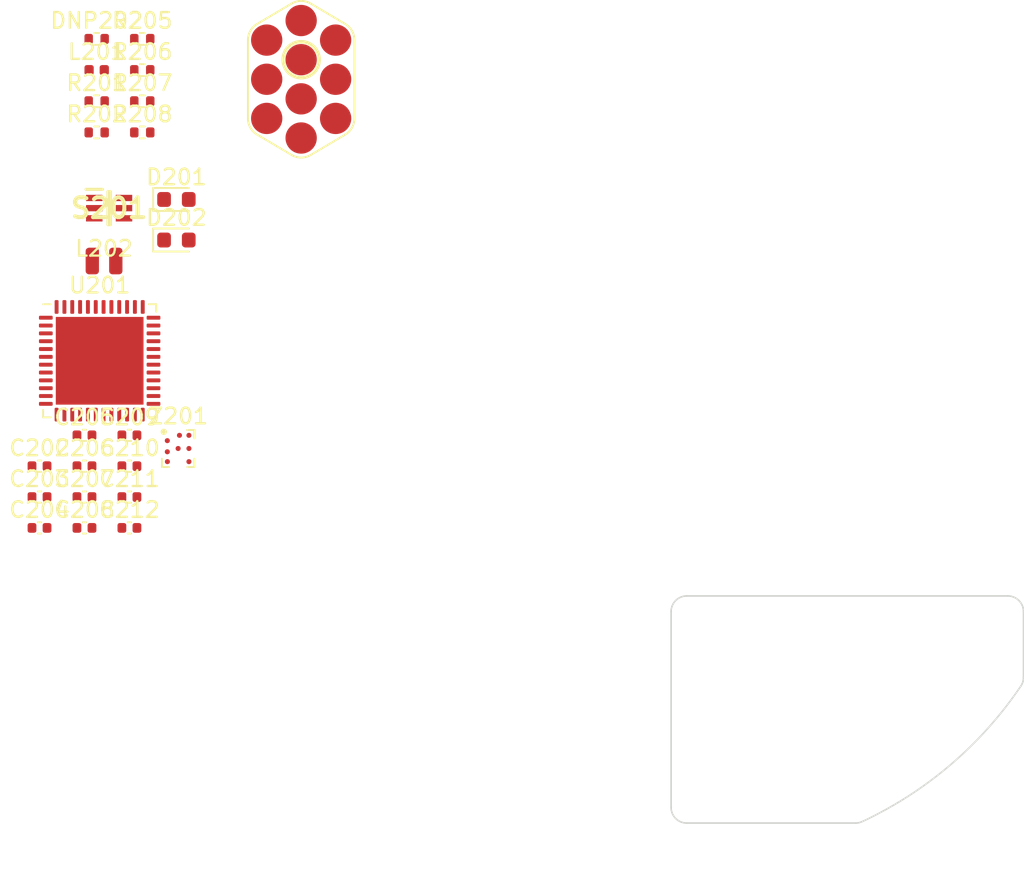
<source format=kicad_pcb>
(kicad_pcb (version 20221018) (generator pcbnew)
  (layers (0 "F.Cu" signal) (31 "B.Cu" signal) (34 "B.Paste" user) (35 "F.Paste" user) (36 "B.SilkS" user "B.Silkscreen") (37 "F.SilkS" user "F.Silkscreen") (38 "B.Mask" user) (39 "F.Mask" user) (44 "Edge.Cuts" user))
  (net 0 "")
  (net 1 "GND")
  (net 2 "+3V3")
  (net 3 "/STM32WL55/VR_PA")
  (net 4 "/STM32WL55/VDDRF1V5")
  (net 5 "/STM32WL55/LoRa_LEDR_C")
  (net 6 "/STM32WL55/LoRa_LEDR_A")
  (net 7 "/STM32WL55/LoRa_LEDB_C")
  (net 8 "/STM32WL55/LoRa_LEDB_A")
  (net 9 "/STM32WL55/LoRa_BOOT")
  (net 10 "/STM32WL55/LoRa_ANT")
  (net 13 "/Pogo Connector/UART_TX")
  (net 15 "+1V8")
  (net 16 "/Pogo Connector/UART_RX")
  (net 19 "/STM32WL55/RFO_HP1")
  (net 20 "/STM32WL55/VLXSMPS")
  (net 21 "/STM32WL55/RFO_HP2")
  (net 22 "/STM32WL55/CTRL2")
  (net 23 "/STM32WL55/CTRL1")
  (net 24 "/STM32WL55/RFO")
  (net 25 "/STM32WL55/RFI")
  (net 26 "/STM32WL55/RFI_P")
  (net 27 "/STM32WL55/RFI_N")
  (footprint "Capacitor_SMD:C_0402_1005Metric" (layer "F.Cu") (at 74.165 62.605)
    (fp_text reference "C212" (at 0 -1.16) (layer "F.SilkS"))
    (fp_text value "4u7")
    (fp_line (start -0.107836 -0.36) (end 0.107836 -0.36) (stroke (width 0.12)) (layer "F.SilkS"))
    (fp_line (start -0.107836 0.36) (end 0.107836 0.36) (stroke (width 0.12)) (layer "F.SilkS"))
    (pad "1" smd roundrect (at -0.48 0) (size 0.56 0.62) (layers "F.Cu" "F.Paste" "F.Mask") (net 2 "+3V3"))
    (pad "2" smd roundrect (at 0.48 0) (size 0.56 0.62) (layers "F.Cu" "F.Paste" "F.Mask") (net 1 "GND"))
  )
  (footprint "footprints:BALFHB-WL-02D3" (layer "F.Cu") (at 77.275 57.535)
    (fp_text reference "Z201" (at 0 -2.065) (layer "F.SilkS"))
    (fp_text value "BALFHB-WL-02D3")
    (fp_line (start -1.035 1.185) (end -1.035 0.6525) (stroke (width 0.12)) (layer "F.SilkS"))
    (fp_line (start -0.5775 1.185) (end -1.035 1.185) (stroke (width 0.12)) (layer "F.SilkS"))
    (fp_line (start 0.5775 -1.185) (end 1.035 -1.185) (stroke (width 0.12)) (layer "F.SilkS"))
    (fp_line (start 0.5775 -1.185) (end 1.035 -1.185) (stroke (width 0.12)) (layer "F.SilkS"))
    (fp_line (start 0.5775 -1.185) (end 1.035 -1.185) (stroke (width 0.12)) (layer "F.SilkS"))
    (fp_line (start 0.5775 1.185) (end 1.035 1.185) (stroke (width 0.12)) (layer "F.SilkS"))
    (fp_line (start 1.035 -1.185) (end 1.035 -0.6525) (stroke (width 0.12)) (layer "F.SilkS"))
    (fp_line (start 1.035 -1.185) (end 1.035 -0.6525) (stroke (width 0.12)) (layer "F.SilkS"))
    (fp_line (start 1.035 -1.185) (end 1.035 -0.6525) (stroke (width 0.12)) (layer "F.SilkS"))
    (fp_line (start 1.035 1.185) (end 1.035 0.6525) (stroke (width 0.12)) (layer "F.SilkS"))
    (fp_circle (center -0.915 -1.065) (end -0.915 -0.965) (stroke (width 0.2)) (fill none) (layer "F.SilkS"))
    (pad "A1" smd circle (at -0.69 -0.5) (size 0.32 0.32) (layers "F.Cu" "F.Paste" "F.Mask") (net 21 "/STM32WL55/RFO_HP2"))
    (pad "A2" smd circle (at -0.69 0.21) (size 0.32 0.32) (layers "F.Cu" "F.Paste" "F.Mask") (net 27 "/STM32WL55/RFI_N"))
    (pad "A3" smd circle (at -0.685 0.84) (size 0.32 0.32) (layers "F.Cu" "F.Paste" "F.Mask") (net 26 "/STM32WL55/RFI_P"))
    (pad "B1" smd circle (at 0.085 -0.84) (size 0.32 0.32) (layers "F.Cu" "F.Paste" "F.Mask") (net 1 "GND"))
    (pad "B2" smd circle (at 0 0) (size 0.32 0.32) (layers "F.Cu" "F.Paste" "F.Mask") (net 1 "GND"))
    (pad "C1" smd circle (at 0.69 -0.84) (size 0.32 0.32) (layers "F.Cu" "F.Paste" "F.Mask") (net 24 "/STM32WL55/RFO"))
    (pad "C2" smd circle (at 0.69 0) (size 0.32 0.32) (layers "F.Cu" "F.Paste" "F.Mask") (net 1 "GND"))
    (pad "C3" smd circle (at 0.69 0.84) (size 0.32 0.32) (layers "F.Cu" "F.Paste" "F.Mask") (net 25 "/STM32WL55/RFI"))
  )
  (footprint "Resistor_SMD:R_0402_1005Metric" (layer "F.Cu") (at 72.075 37.355)
    (fp_text reference "R202" (at 0 -1.17) (layer "F.SilkS"))
    (fp_text value "1k")
    (fp_line (start -0.153641 -0.38) (end 0.153641 -0.38) (stroke (width 0.12)) (layer "F.SilkS"))
    (fp_line (start -0.153641 0.38) (end 0.153641 0.38) (stroke (width 0.12)) (layer "F.SilkS"))
    (pad "1" smd roundrect (at -0.51 0) (size 0.54 0.64) (layers "F.Cu" "F.Paste" "F.Mask") (net 7 "/STM32WL55/LoRa_LEDB_C"))
    (pad "2" smd roundrect (at 0.51 0) (size 0.54 0.64) (layers "F.Cu" "F.Paste" "F.Mask") (net 1 "GND"))
  )
  (footprint "Capacitor_SMD:C_0402_1005Metric" (layer "F.Cu") (at 71.295 60.635)
    (fp_text reference "C207" (at 0 -1.16) (layer "F.SilkS"))
    (fp_text value "4u7")
    (fp_line (start -0.107836 -0.36) (end 0.107836 -0.36) (stroke (width 0.12)) (layer "F.SilkS"))
    (fp_line (start -0.107836 0.36) (end 0.107836 0.36) (stroke (width 0.12)) (layer "F.SilkS"))
    (pad "1" smd roundrect (at -0.48 0) (size 0.56 0.62) (layers "F.Cu" "F.Paste" "F.Mask") (net 2 "+3V3"))
    (pad "2" smd roundrect (at 0.48 0) (size 0.56 0.62) (layers "F.Cu" "F.Paste" "F.Mask") (net 1 "GND"))
  )
  (footprint "Resistor_SMD:R_0402_1005Metric" (layer "F.Cu") (at 74.985 31.385)
    (fp_text reference "R205" (at 0 -1.17) (layer "F.SilkS"))
    (fp_text value "10k")
    (fp_line (start -0.153641 -0.38) (end 0.153641 -0.38) (stroke (width 0.12)) (layer "F.SilkS"))
    (fp_line (start -0.153641 0.38) (end 0.153641 0.38) (stroke (width 0.12)) (layer "F.SilkS"))
    (pad "1" smd roundrect (at -0.51 0) (size 0.54 0.64) (layers "F.Cu" "F.Paste" "F.Mask") (net 9 "/STM32WL55/LoRa_BOOT"))
    (pad "2" smd roundrect (at 0.51 0) (size 0.54 0.64) (layers "F.Cu" "F.Paste" "F.Mask") (net 1 "GND"))
  )
  (footprint "LED_SMD:LED_0603_1608Metric" (layer "F.Cu") (at 77.165 44.225)
    (fp_text reference "D202" (at 0 -1.43) (layer "F.SilkS"))
    (fp_text value "LEDB")
    (fp_line (start -1.485 -0.735) (end -1.485 0.735) (stroke (width 0.12)) (layer "F.SilkS"))
    (fp_line (start -1.485 0.735) (end 0.8 0.735) (stroke (width 0.12)) (layer "F.SilkS"))
    (fp_line (start 0.8 -0.735) (end -1.485 -0.735) (stroke (width 0.12)) (layer "F.SilkS"))
    (pad "1" smd roundrect (at -0.7875 0) (size 0.875 0.95) (layers "F.Cu" "F.Paste" "F.Mask") (net 7 "/STM32WL55/LoRa_LEDB_C"))
    (pad "2" smd roundrect (at 0.7875 0) (size 0.875 0.95) (layers "F.Cu" "F.Paste" "F.Mask") (net 8 "/STM32WL55/LoRa_LEDB_A"))
  )
  (footprint "Resistor_SMD:R_0402_1005Metric" (layer "F.Cu") (at 74.985 35.365)
    (fp_text reference "R207" (at 0 -1.17) (layer "F.SilkS"))
    (fp_text value "10k")
    (fp_line (start -0.153641 -0.38) (end 0.153641 -0.38) (stroke (width 0.12)) (layer "F.SilkS"))
    (fp_line (start -0.153641 0.38) (end 0.153641 0.38) (stroke (width 0.12)) (layer "F.SilkS"))
    (pad "1" smd roundrect (at -0.51 0) (size 0.54 0.64) (layers "F.Cu" "F.Paste" "F.Mask") (net 22 "/STM32WL55/CTRL2"))
    (pad "2" smd roundrect (at 0.51 0) (size 0.54 0.64) (layers "F.Cu" "F.Paste" "F.Mask") (net 2 "+3V3"))
  )
  (footprint "Resistor_SMD:R_0402_1005Metric" (layer "F.Cu") (at 74.985 37.355)
    (fp_text reference "R208" (at 0 -1.17) (layer "F.SilkS"))
    (fp_text value "10k")
    (fp_line (start -0.153641 -0.38) (end 0.153641 -0.38) (stroke (width 0.12)) (layer "F.SilkS"))
    (fp_line (start -0.153641 0.38) (end 0.153641 0.38) (stroke (width 0.12)) (layer "F.SilkS"))
    (pad "1" smd roundrect (at -0.51 0) (size 0.54 0.64) (layers "F.Cu" "F.Paste" "F.Mask") (net 23 "/STM32WL55/CTRL1"))
    (pad "2" smd roundrect (at 0.51 0) (size 0.54 0.64) (layers "F.Cu" "F.Paste" "F.Mask") (net 2 "+3V3"))
  )
  (footprint "Resistor_SMD:R_0402_1005Metric" (layer "F.Cu") (at 72.075 35.365)
    (fp_text reference "R201" (at 0 -1.17) (layer "F.SilkS"))
    (fp_text value "1k")
    (fp_line (start -0.153641 -0.38) (end 0.153641 -0.38) (stroke (width 0.12)) (layer "F.SilkS"))
    (fp_line (start -0.153641 0.38) (end 0.153641 0.38) (stroke (width 0.12)) (layer "F.SilkS"))
    (pad "1" smd roundrect (at -0.51 0) (size 0.54 0.64) (layers "F.Cu" "F.Paste" "F.Mask") (net 5 "/STM32WL55/LoRa_LEDR_C"))
    (pad "2" smd roundrect (at 0.51 0) (size 0.54 0.64) (layers "F.Cu" "F.Paste" "F.Mask") (net 1 "GND"))
  )
  (footprint "Capacitor_SMD:C_0402_1005Metric" (layer "F.Cu") (at 71.295 58.665)
    (fp_text reference "C206" (at 0 -1.16) (layer "F.SilkS"))
    (fp_text value "100n")
    (fp_line (start -0.107836 -0.36) (end 0.107836 -0.36) (stroke (width 0.12)) (layer "F.SilkS"))
    (fp_line (start -0.107836 0.36) (end 0.107836 0.36) (stroke (width 0.12)) (layer "F.SilkS"))
    (pad "1" smd roundrect (at -0.48 0) (size 0.56 0.62) (layers "F.Cu" "F.Paste" "F.Mask") (net 2 "+3V3"))
    (pad "2" smd roundrect (at 0.48 0) (size 0.56 0.62) (layers "F.Cu" "F.Paste" "F.Mask") (net 1 "GND"))
  )
  (footprint "Inductor_SMD:L_0402_1005Metric" (layer "F.Cu") (at 72.075 33.375)
    (fp_text reference "L201" (at 0 -1.17) (layer "F.SilkS"))
    (fp_text value "47n")
    (pad "1" smd roundrect (at -0.485 0) (size 0.59 0.64) (layers "F.Cu" "F.Paste" "F.Mask") (net 3 "/STM32WL55/VR_PA"))
    (pad "2" smd roundrect (at 0.485 0) (size 0.59 0.64) (layers "F.Cu" "F.Paste" "F.Mask") (net 19 "/STM32WL55/RFO_HP1"))
  )
  (footprint "watch_footprints:10-Pin Pogo Connector Male" (layer "F.Cu") (at 85.130003 33.960938)
    (fp_text reference "J401" hide)
    (fp_text value "10-Pin_Pogo_Connector_Male")
    (fp_line (start -3.400003 -2.500001) (end -3.4 2.5) (stroke (width 0.12)) (layer "F.SilkS"))
    (fp_line (start -2.810299 3.533216) (end -0.615958 4.830945) (stroke (width 0.12)) (layer "F.SilkS"))
    (fp_line (start -0.615958 -4.830945) (end -2.810302 -3.533217) (stroke (width 0.12)) (layer "F.SilkS"))
    (fp_line (start 0.615958 -4.830945) (end 2.810299 -3.533216) (stroke (width 0.12)) (layer "F.SilkS"))
    (fp_line (start 0.615958 4.830945) (end 2.810302 3.533217) (stroke (width 0.12)) (layer "F.SilkS"))
    (fp_line (start 3.400003 2.500001) (end 3.4 -2.5) (stroke (width 0.12)) (layer "F.SilkS"))
    (fp_arc (start -3.400003 -2.500001) (mid -3.242202 -3.094829) (end -2.810302 -3.533217) (stroke (width 0.12)) (layer "F.SilkS"))
    (fp_arc (start -2.810299 3.533216) (mid -3.242199 3.094828) (end -3.4 2.5) (stroke (width 0.12)) (layer "F.SilkS"))
    (fp_arc (start -0.615958 -4.830945) (mid 0 -5.000938) (end 0.615958 -4.830945) (stroke (width 0.12)) (layer "F.SilkS"))
    (fp_arc (start 0.615958 4.830945) (mid 0 5.000938) (end -0.615958 4.830945) (stroke (width 0.12)) (layer "F.SilkS"))
    (fp_arc (start 2.810299 -3.533216) (mid 3.242199 -3.094828) (end 3.4 -2.5) (stroke (width 0.12)) (layer "F.SilkS"))
    (fp_arc (start 3.400003 2.500001) (mid 3.242202 3.094829) (end 2.810302 3.533217) (stroke (width 0.12)) (layer "F.SilkS"))
    (fp_circle (center 0 -1.25) (end 1.1 -1.2) (stroke (width 0.12)) (fill none) (layer "F.SilkS"))
    (fp_circle (center 0 -1.25) (end 1.2 -1.2) (stroke (width 0.12)) (fill none) (layer "F.SilkS"))
    (pad "A1" smd circle (at 2.2 -2.5) (size 2 2) (layers "F.Cu" "F.Mask"))
    (pad "A2" smd circle (at 2.2 0) (size 2 2) (layers "F.Cu" "F.Mask"))
    (pad "A3" smd circle (at 2.2 2.5) (size 2 2) (layers "F.Cu" "F.Mask") (net 2 "+3V3"))
    (pad "B1" smd circle (at 0 -3.75) (size 2 2) (layers "F.Cu" "F.Mask") (net 13 "/Pogo Connector/UART_TX"))
    (pad "B2" smd circle (at 0 -1.25) (size 2 2) (layers "F.Cu" "F.Mask") (net 1 "GND"))
    (pad "B3" smd circle (at 0 1.25) (size 2 2) (layers "F.Cu" "F.Mask"))
    (pad "B4" smd circle (at 0 3.75) (size 2 2) (layers "F.Cu" "F.Mask") (net 15 "+1V8"))
    (pad "C1" smd circle (at -2.2 -2.5) (size 2 2) (layers "F.Cu" "F.Mask") (net 16 "/Pogo Connector/UART_RX"))
    (pad "C2" smd circle (at -2.2 0) (size 2 2) (layers "F.Cu" "F.Mask"))
    (pad "C3" smd circle (at -2.2 2.5) (size 2 2) (layers "F.Cu" "F.Mask"))
  )
  (footprint "Capacitor_SMD:C_0402_1005Metric" (layer "F.Cu") (at 71.295 62.605)
    (fp_text reference "C208" (at 0 -1.16) (layer "F.SilkS"))
    (fp_text value "10n")
    (fp_line (start -0.107836 -0.36) (end 0.107836 -0.36) (stroke (width 0.12)) (layer "F.SilkS"))
    (fp_line (start -0.107836 0.36) (end 0.107836 0.36) (stroke (width 0.12)) (layer "F.SilkS"))
    (pad "1" smd roundrect (at -0.48 0) (size 0.56 0.62) (layers "F.Cu" "F.Paste" "F.Mask") (net 2 "+3V3"))
    (pad "2" smd roundrect (at 0.48 0) (size 0.56 0.62) (layers "F.Cu" "F.Paste" "F.Mask") (net 1 "GND"))
  )
  (footprint "Capacitor_SMD:C_0402_1005Metric" (layer "F.Cu") (at 68.425 62.605)
    (fp_text reference "C204" (at 0 -1.16) (layer "F.SilkS"))
    (fp_text value "68p")
    (fp_line (start -0.107836 -0.36) (end 0.107836 -0.36) (stroke (width 0.12)) (layer "F.SilkS"))
    (fp_line (start -0.107836 0.36) (end 0.107836 0.36) (stroke (width 0.12)) (layer "F.SilkS"))
    (pad "1" smd roundrect (at -0.48 0) (size 0.56 0.62) (layers "F.Cu" "F.Paste" "F.Mask") (net 3 "/STM32WL55/VR_PA"))
    (pad "2" smd roundrect (at 0.48 0) (size 0.56 0.62) (layers "F.Cu" "F.Paste" "F.Mask") (net 1 "GND"))
  )
  (footprint "Capacitor_SMD:C_0402_1005Metric" (layer "F.Cu") (at 68.425 60.635)
    (fp_text reference "C203" (at 0 -1.16) (layer "F.SilkS"))
    (fp_text value "100n")
    (fp_line (start -0.107836 -0.36) (end 0.107836 -0.36) (stroke (width 0.12)) (layer "F.SilkS"))
    (fp_line (start -0.107836 0.36) (end 0.107836 0.36) (stroke (width 0.12)) (layer "F.SilkS"))
    (pad "1" smd roundrect (at -0.48 0) (size 0.56 0.62) (layers "F.Cu" "F.Paste" "F.Mask") (net 2 "+3V3"))
    (pad "2" smd roundrect (at 0.48 0) (size 0.56 0.62) (layers "F.Cu" "F.Paste" "F.Mask") (net 1 "GND"))
  )
  (footprint "Capacitor_SMD:C_0402_1005Metric" (layer "F.Cu") (at 74.165 56.695)
    (fp_text reference "C209" (at 0 -1.16) (layer "F.SilkS"))
    (fp_text value "1u")
    (fp_line (start -0.107836 -0.36) (end 0.107836 -0.36) (stroke (width 0.12)) (layer "F.SilkS"))
    (fp_line (start -0.107836 0.36) (end 0.107836 0.36) (stroke (width 0.12)) (layer "F.SilkS"))
    (pad "1" smd roundrect (at -0.48 0) (size 0.56 0.62) (layers "F.Cu" "F.Paste" "F.Mask") (net 2 "+3V3"))
    (pad "2" smd roundrect (at 0.48 0) (size 0.56 0.62) (layers "F.Cu" "F.Paste" "F.Mask") (net 1 "GND"))
  )
  (footprint "Resistor_SMD:R_0402_1005Metric" (layer "F.Cu") (at 72.075 31.385)
    (fp_text reference "DNP202" (at 0 -1.17) (layer "F.SilkS"))
    (fp_text value "10k")
    (fp_line (start -0.153641 -0.38) (end 0.153641 -0.38) (stroke (width 0.12)) (layer "F.SilkS"))
    (fp_line (start -0.153641 0.38) (end 0.153641 0.38) (stroke (width 0.12)) (layer "F.SilkS"))
    (pad "1" smd roundrect (at -0.51 0) (size 0.54 0.64) (layers "F.Cu" "F.Paste" "F.Mask") (net 2 "+3V3"))
    (pad "2" smd roundrect (at 0.51 0) (size 0.54 0.64) (layers "F.Cu" "F.Paste" "F.Mask") (net 9 "/STM32WL55/LoRa_BOOT"))
  )
  (footprint "watch_footprints:Watch Module Outline V1" (layer "F.Cu") (at 119.749952 74.2)
    (fp_text reference "U101" hide)
    (fp_text value "Watch_Module_Outline_V1")
    (fp_line (start -11 -6.25) (end -11 6.25) (stroke (width 0.1)) (layer "Edge.Cuts"))
    (fp_line (start -10 7.25) (end 0.780143 7.25) (stroke (width 0.1)) (layer "Edge.Cuts"))
    (fp_line (start 10.5 -7.25) (end -10 -7.25) (stroke (width 0.1)) (layer "Edge.Cuts"))
    (fp_line (start 11.5 -2.0528) (end 11.5 -6.25) (stroke (width 0.1)) (layer "Edge.Cuts"))
    (fp_arc (start -10.999904 -6.25) (mid -10.707023 -6.957119) (end -9.999904 -7.25) (stroke (width 0.1)) (layer "Edge.Cuts"))
    (fp_arc (start -9.999904 7.25) (mid -10.707027 6.957123) (end -10.999904 6.25) (stroke (width 0.1)) (layer "Edge.Cuts"))
    (fp_arc (start 1.203704 7.155872) (mid 0.997095 7.226183) (end 0.780153 7.25) (stroke (width 0.1)) (layer "Edge.Cuts"))
    (fp_arc (start 10.500096 -7.25) (mid 11.207205 -6.957108) (end 11.500096 -6.25) (stroke (width 0.1)) (layer "Edge.Cuts"))
    (fp_arc (start 11.328545 -1.492879) (mid 6.85254 3.518002) (end 1.203694 7.155872) (stroke (width 0.1)) (layer "Edge.Cuts"))
    (fp_arc (start 11.500096 -2.0528) (mid 11.456272 -1.760008) (end 11.328641 -1.492878) (stroke (width 0.1)) (layer "Edge.Cuts"))
  )
  (footprint "Package_DFN_QFN:QFN-48-1EP_7x7mm_P0.5mm_EP5.6x5.6mm" (layer "F.Cu") (at 72.265 51.935)
    (fp_text reference "U201" (at 0 -4.82) (layer "F.SilkS"))
    (fp_text value "STM32WL55CCUx")
    (fp_line (start -3.61 3.61) (end -3.61 3.135) (stroke (width 0.12)) (layer "F.SilkS"))
    (fp_line (start -3.135 -3.61) (end -3.61 -3.61) (stroke (width 0.12)) (layer "F.SilkS"))
    (fp_line (start -3.135 3.61) (end -3.61 3.61) (stroke (width 0.12)) (layer "F.SilkS"))
    (fp_line (start 3.135 -3.61) (end 3.61 -3.61) (stroke (width 0.12)) (layer "F.SilkS"))
    (fp_line (start 3.135 3.61) (end 3.61 3.61) (stroke (width 0.12)) (layer "F.SilkS"))
    (fp_line (start 3.61 -3.61) (end 3.61 -3.135) (stroke (width 0.12)) (layer "F.SilkS"))
    (fp_line (start 3.61 3.61) (end 3.61 3.135) (stroke (width 0.12)) (layer "F.SilkS"))
    (pad "1" smd roundrect (at -3.4375 -2.75) (size 0.875 0.25) (layers "F.Cu" "F.Paste" "F.Mask"))
    (pad "2" smd roundrect (at -3.4375 -2.25) (size 0.875 0.25) (layers "F.Cu" "F.Paste" "F.Mask"))
    (pad "3" smd roundrect (at -3.4375 -1.75) (size 0.875 0.25) (layers "F.Cu" "F.Paste" "F.Mask"))
    (pad "4" smd roundrect (at -3.4375 -1.25) (size 0.875 0.25) (layers "F.Cu" "F.Paste" "F.Mask"))
    (pad "5" smd roundrect (at -3.4375 -0.75) (size 0.875 0.25) (layers "F.Cu" "F.Paste" "F.Mask"))
    (pad "6" smd roundrect (at -3.4375 -0.25) (size 0.875 0.25) (layers "F.Cu" "F.Paste" "F.Mask"))
    (pad "7" smd roundrect (at -3.4375 0.25) (size 0.875 0.25) (layers "F.Cu" "F.Paste" "F.Mask"))
    (pad "8" smd roundrect (at -3.4375 0.75) (size 0.875 0.25) (layers "F.Cu" "F.Paste" "F.Mask"))
    (pad "9" smd roundrect (at -3.4375 1.25) (size 0.875 0.25) (layers "F.Cu" "F.Paste" "F.Mask"))
    (pad "10" smd roundrect (at -3.4375 1.75) (size 0.875 0.25) (layers "F.Cu" "F.Paste" "F.Mask"))
    (pad "11" smd roundrect (at -3.4375 2.25) (size 0.875 0.25) (layers "F.Cu" "F.Paste" "F.Mask"))
    (pad "12" smd roundrect (at -3.4375 2.75) (size 0.875 0.25) (layers "F.Cu" "F.Paste" "F.Mask"))
    (pad "13" smd roundrect (at -2.75 3.4375) (size 0.25 0.875) (layers "F.Cu" "F.Paste" "F.Mask"))
    (pad "14" smd roundrect (at -2.25 3.4375) (size 0.25 0.875) (layers "F.Cu" "F.Paste" "F.Mask"))
    (pad "15" smd roundrect (at -1.75 3.4375) (size 0.25 0.875) (layers "F.Cu" "F.Paste" "F.Mask"))
    (pad "16" smd roundrect (at -1.25 3.4375) (size 0.25 0.875) (layers "F.Cu" "F.Paste" "F.Mask"))
    (pad "17" smd roundrect (at -0.75 3.4375) (size 0.25 0.875) (layers "F.Cu" "F.Paste" "F.Mask"))
    (pad "18" smd roundrect (at -0.25 3.4375) (size 0.25 0.875) (layers "F.Cu" "F.Paste" "F.Mask"))
    (pad "19" smd roundrect (at 0.25 3.4375) (size 0.25 0.875) (layers "F.Cu" "F.Paste" "F.Mask"))
    (pad "20" smd roundrect (at 0.75 3.4375) (size 0.25 0.875) (layers "F.Cu" "F.Paste" "F.Mask"))
    (pad "21" smd roundrect (at 1.25 3.4375) (size 0.25 0.875) (layers "F.Cu" "F.Paste" "F.Mask"))
    (pad "22" smd roundrect (at 1.75 3.4375) (size 0.25 0.875) (layers "F.Cu" "F.Paste" "F.Mask"))
    (pad "23" smd roundrect (at 2.25 3.4375) (size 0.25 0.875) (layers "F.Cu" "F.Paste" "F.Mask"))
    (pad "24" smd roundrect (at 2.75 3.4375) (size 0.25 0.875) (layers "F.Cu" "F.Paste" "F.Mask"))
    (pad "25" smd roundrect (at 3.4375 2.75) (size 0.875 0.25) (layers "F.Cu" "F.Paste" "F.Mask"))
    (pad "26" smd roundrect (at 3.4375 2.25) (size 0.875 0.25) (layers "F.Cu" "F.Paste" "F.Mask"))
    (pad "27" smd roundrect (at 3.4375 1.75) (size 0.875 0.25) (layers "F.Cu" "F.Paste" "F.Mask"))
    (pad "28" smd roundrect (at 3.4375 1.25) (size 0.875 0.25) (layers "F.Cu" "F.Paste" "F.Mask"))
    (pad "29" smd roundrect (at 3.4375 0.75) (size 0.875 0.25) (layers "F.Cu" "F.Paste" "F.Mask"))
    (pad "30" smd roundrect (at 3.4375 0.25) (size 0.875 0.25) (layers "F.Cu" "F.Paste" "F.Mask"))
    (pad "31" smd roundrect (at 3.4375 -0.25) (size 0.875 0.25) (layers "F.Cu" "F.Paste" "F.Mask"))
    (pad "32" smd roundrect (at 3.4375 -0.75) (size 0.875 0.25) (layers "F.Cu" "F.Paste" "F.Mask"))
    (pad "33" smd roundrect (at 3.4375 -1.25) (size 0.875 0.25) (layers "F.Cu" "F.Paste" "F.Mask"))
    (pad "34" smd roundrect (at 3.4375 -1.75) (size 0.875 0.25) (layers "F.Cu" "F.Paste" "F.Mask"))
    (pad "35" smd roundrect (at 3.4375 -2.25) (size 0.875 0.25) (layers "F.Cu" "F.Paste" "F.Mask"))
    (pad "36" smd roundrect (at 3.4375 -2.75) (size 0.875 0.25) (layers "F.Cu" "F.Paste" "F.Mask"))
    (pad "37" smd roundrect (at 2.75 -3.4375) (size 0.25 0.875) (layers "F.Cu" "F.Paste" "F.Mask"))
    (pad "38" smd roundrect (at 2.25 -3.4375) (size 0.25 0.875) (layers "F.Cu" "F.Paste" "F.Mask"))
    (pad "39" smd roundrect (at 1.75 -3.4375) (size 0.25 0.875) (layers "F.Cu" "F.Paste" "F.Mask"))
    (pad "40" smd roundrect (at 1.25 -3.4375) (size 0.25 0.875) (layers "F.Cu" "F.Paste" "F.Mask"))
    (pad "41" smd roundrect (at 0.75 -3.4375) (size 0.25 0.875) (layers "F.Cu" "F.Paste" "F.Mask"))
    (pad "42" smd roundrect (at 0.25 -3.4375) (size 0.25 0.875) (layers "F.Cu" "F.Paste" "F.Mask"))
    (pad "43" smd roundrect (at -0.25 -3.4375) (size 0.25 0.875) (layers "F.Cu" "F.Paste" "F.Mask"))
    (pad "44" smd roundrect (at -0.75 -3.4375) (size 0.25 0.875) (layers "F.Cu" "F.Paste" "F.Mask"))
    (pad "45" smd roundrect (at -1.25 -3.4375) (size 0.25 0.875) (layers "F.Cu" "F.Paste" "F.Mask"))
    (pad "46" smd roundrect (at -1.75 -3.4375) (size 0.25 0.875) (layers "F.Cu" "F.Paste" "F.Mask"))
    (pad "47" smd roundrect (at -2.25 -3.4375) (size 0.25 0.875) (layers "F.Cu" "F.Paste" "F.Mask"))
    (pad "48" smd roundrect (at -2.75 -3.4375) (size 0.25 0.875) (layers "F.Cu" "F.Paste" "F.Mask"))
    (pad "49" smd rect (at 0 0) (size 5.6 5.6) (layers "F.Cu" "F.Mask"))
  )
  (footprint "Capacitor_SMD:C_0402_1005Metric" (layer "F.Cu") (at 68.425 58.665)
    (fp_text reference "C202" (at 0 -1.16) (layer "F.SilkS"))
    (fp_text value "100n")
    (fp_line (start -0.107836 -0.36) (end 0.107836 -0.36) (stroke (width 0.12)) (layer "F.SilkS"))
    (fp_line (start -0.107836 0.36) (end 0.107836 0.36) (stroke (width 0.12)) (layer "F.SilkS"))
    (pad "1" smd roundrect (at -0.48 0) (size 0.56 0.62) (layers "F.Cu" "F.Paste" "F.Mask") (net 3 "/STM32WL55/VR_PA"))
    (pad "2" smd roundrect (at 0.48 0) (size 0.56 0.62) (layers "F.Cu" "F.Paste" "F.Mask") (net 1 "GND"))
  )
  (footprint "Capacitor_SMD:C_0402_1005Metric" (layer "F.Cu") (at 74.165 60.635)
    (fp_text reference "C211" (at 0 -1.16) (layer "F.SilkS"))
    (fp_text value "1u")
    (fp_line (start -0.107836 -0.36) (end 0.107836 -0.36) (stroke (width 0.12)) (layer "F.SilkS"))
    (fp_line (start -0.107836 0.36) (end 0.107836 0.36) (stroke (width 0.12)) (layer "F.SilkS"))
    (pad "1" smd roundrect (at -0.48 0) (size 0.56 0.62) (layers "F.Cu" "F.Paste" "F.Mask") (net 2 "+3V3"))
    (pad "2" smd roundrect (at 0.48 0) (size 0.56 0.62) (layers "F.Cu" "F.Paste" "F.Mask") (net 1 "GND"))
  )
  (footprint "LED_SMD:LED_0603_1608Metric" (layer "F.Cu") (at 77.165 41.635)
    (fp_text reference "D201" (at 0 -1.43) (layer "F.SilkS"))
    (fp_text value "LEDR")
    (fp_line (start -1.485 -0.735) (end -1.485 0.735) (stroke (width 0.12)) (layer "F.SilkS"))
    (fp_line (start -1.485 0.735) (end 0.8 0.735) (stroke (width 0.12)) (layer "F.SilkS"))
    (fp_line (start 0.8 -0.735) (end -1.485 -0.735) (stroke (width 0.12)) (layer "F.SilkS"))
    (pad "1" smd roundrect (at -0.7875 0) (size 0.875 0.95) (layers "F.Cu" "F.Paste" "F.Mask") (net 5 "/STM32WL55/LoRa_LEDR_C"))
    (pad "2" smd roundrect (at 0.7875 0) (size 0.875 0.95) (layers "F.Cu" "F.Paste" "F.Mask") (net 6 "/STM32WL55/LoRa_LEDR_A"))
  )
  (footprint "Resistor_SMD:R_0402_1005Metric" (layer "F.Cu") (at 74.985 33.375)
    (fp_text reference "R206" (at 0 -1.17) (layer "F.SilkS"))
    (fp_text value "0R")
    (fp_line (start -0.153641 -0.38) (end 0.153641 -0.38) (stroke (width 0.12)) (layer "F.SilkS"))
    (fp_line (start -0.153641 0.38) (end 0.153641 0.38) (stroke (width 0.12)) (layer "F.SilkS"))
    (pad "1" smd roundrect (at -0.51 0) (size 0.54 0.64) (layers "F.Cu" "F.Paste" "F.Mask") (net 19 "/STM32WL55/RFO_HP1"))
    (pad "2" smd roundrect (at 0.51 0) (size 0.54 0.64) (layers "F.Cu" "F.Paste" "F.Mask") (net 21 "/STM32WL55/RFO_HP2"))
  )
  (footprint "Capacitor_SMD:C_0402_1005Metric" (layer "F.Cu") (at 74.165 58.665)
    (fp_text reference "C210" (at 0 -1.16) (layer "F.SilkS"))
    (fp_text value "100n")
    (fp_line (start -0.107836 -0.36) (end 0.107836 -0.36) (stroke (width 0.12)) (layer "F.SilkS"))
    (fp_line (start -0.107836 0.36) (end 0.107836 0.36) (stroke (width 0.12)) (layer "F.SilkS"))
    (pad "1" smd roundrect (at -0.48 0) (size 0.56 0.62) (layers "F.Cu" "F.Paste" "F.Mask") (net 2 "+3V3"))
    (pad "2" smd roundrect (at 0.48 0) (size 0.56 0.62) (layers "F.Cu" "F.Paste" "F.Mask") (net 1 "GND"))
  )
  (footprint "Capacitor_SMD:C_0402_1005Metric" (layer "F.Cu") (at 71.295 56.695)
    (fp_text reference "C205" (at 0 -1.16) (layer "F.SilkS"))
    (fp_text value "470n")
    (fp_line (start -0.107836 -0.36) (end 0.107836 -0.36) (stroke (width 0.12)) (layer "F.SilkS"))
    (fp_line (start -0.107836 0.36) (end 0.107836 0.36) (stroke (width 0.12)) (layer "F.SilkS"))
    (pad "1" smd roundrect (at -0.48 0) (size 0.56 0.62) (layers "F.Cu" "F.Paste" "F.Mask") (net 4 "/STM32WL55/VDDRF1V5"))
    (pad "2" smd roundrect (at 0.48 0) (size 0.56 0.62) (layers "F.Cu" "F.Paste" "F.Mask") (net 1 "GND"))
  )
  (footprint "footprints:SOT65P210X110-6N" (layer "F.Cu") (at 72.87 42.19)
    (fp_text reference "S201" (at 0 0) (layer "F.SilkS") (effects (font (size 1.27 1.27) (thickness 0.254))))
    (fp_text value "PE42421SCAA-Z" hide)
    (fp_line (start -1.475 -1.2) (end -0.425 -1.2) (stroke (width 0.2)) (layer "F.SilkS"))
    (fp_line (start -0.075 -1.05) (end 0.075 -1.05) (stroke (width 0.2)) (layer "F.SilkS"))
    (fp_line (start -0.075 1.05) (end -0.075 -1.05) (stroke (width 0.2)) (layer "F.SilkS"))
    (fp_line (start 0.075 -1.05) (end 0.075 1.05) (stroke (width 0.2)) (layer "F.SilkS"))
    (fp_line (start 0.075 1.05) (end -0.075 1.05) (stroke (width 0.2)) (layer "F.SilkS"))
    (pad "1" smd rect (at -0.95 -0.65 90) (size 0.4 1.05) (layers "F.Cu" "F.Paste" "F.Mask") (net 24 "/STM32WL55/RFO"))
    (pad "2" smd rect (at -0.95 0 90) (size 0.4 1.05) (layers "F.Cu" "F.Paste" "F.Mask") (net 1 "GND"))
    (pad "3" smd rect (at -0.95 0.65 90) (size 0.4 1.05) (layers "F.Cu" "F.Paste" "F.Mask") (net 25 "/STM32WL55/RFI"))
    (pad "4" smd rect (at 0.95 0.65 90) (size 0.4 1.05) (layers "F.Cu" "F.Paste" "F.Mask") (net 22 "/STM32WL55/CTRL2"))
    (pad "5" smd rect (at 0.95 0 90) (size 0.4 1.05) (layers "F.Cu" "F.Paste" "F.Mask") (net 10 "/STM32WL55/LoRa_ANT"))
    (pad "6" smd rect (at 0.95 -0.65 90) (size 0.4 1.05) (layers "F.Cu" "F.Paste" "F.Mask") (net 23 "/STM32WL55/CTRL1"))
  )
  (footprint "footprints:Inductor 0806 (2016)" (layer "F.Cu") (at 72.545 45.565)
    (fp_text reference "L202" (at 0 -0.8 unlocked) (layer "F.SilkS"))
    (fp_text value "15u")
    (pad "1" smd roundrect (at -0.75 0 180) (size 0.85 1.7) (layers "F.Cu" "F.Paste" "F.Mask") (net 4 "/STM32WL55/VDDRF1V5"))
    (pad "2" smd roundrect (at 0.75 0 180) (size 0.85 1.7) (layers "F.Cu" "F.Paste" "F.Mask") (net 20 "/STM32WL55/VLXSMPS"))
  )
)
</source>
